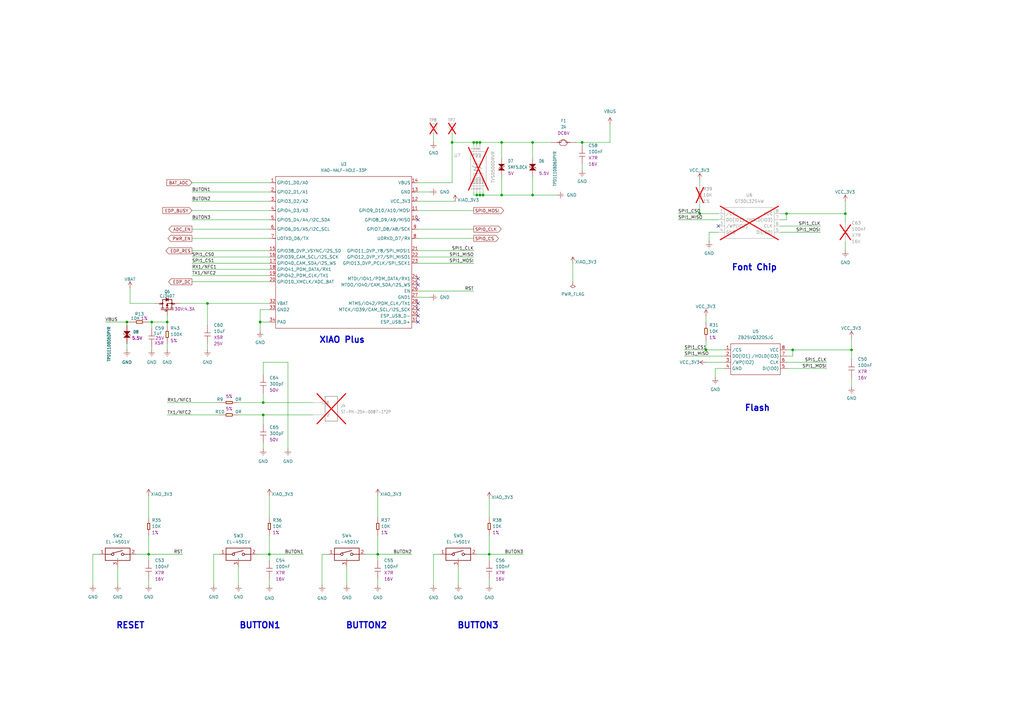
<source format=kicad_sch>
(kicad_sch (version 20250114) (generator "eeschema") (generator_version "9.0")
  (paper "A3")
  (title_block (title "XIAO ePaper Dsiplay Board EE04") (date "2025-10-20") (rev "v1.2") (company "Seeed Studio"))
  (lib_symbols
    (symbol "Capacitors/302010759_1" (pin_numbers (hide yes)) (pin_names (hide yes))
      (property "Reference" "C" (at 3.175 0 0))
      (property "Value" "300pF" (at 5.715 -1.905 0))
      (property "Voltage Rating" "50V" (at 0 0 0))
      (symbol "Capacitors/302010759_1_1_1"
        (pin passive line (at 0 3.81 270) (length 2.54) (name "1") (number "1"))
        (pin passive line (at 0 -3.81 90) (length 2.54) (name "2") (number "2"))
      )
    )
    (symbol "Power_Gnd:+3V3" (power) (pin_numbers (hide yes)) (pin_names (offset 0) (hide yes))
      (property "Value" "+3V3" (at 0 3.556 0))
      (symbol "+3V3_1_1"
        (pin power_in line (at 0 0 90) (length 0) (name "~") (number "1"))
      )
    )
    (symbol "Power_Gnd:GNDREF" (power) (pin_numbers (hide yes)) (pin_names (offset 0) (hide yes))
      (property "Value" "GNDREF" (at 0 -3.81 0))
      (symbol "GNDREF_1_1"
        (pin power_in line (at 0 0 270) (length 0) (name "~") (number "1"))
      )
    )
    (symbol "Power_Gnd:PWR_FLAG" (power) (pin_numbers (hide yes)) (pin_names (offset 0) (hide yes))
      (property "Value" "PWR_FLAG" (at 0 3.81 0))
      (symbol "PWR_FLAG_0_0"
        (pin power_out line (at 0 0 90) (length 0) (name "~") (number "1"))
      )
    )
    (symbol "Power_Gnd:VBUS" (power) (pin_numbers (hide yes)) (pin_names (offset 0) (hide yes))
      (property "Value" "VBUS" (at 0 3.556 0))
      (symbol "VBUS_1_1"
        (pin power_in line (at 0 0 90) (length 0) (name "~") (number "1"))
      )
    )
    (symbol "Seeed_Studio_XIAO_Series:XIAO-ESP32-S3 Plus-SMD_33P"
      (property "Reference" "U2" (at -20.828 17.018 0))
      (property "Value" "XIAO-HALF-HOLE-33P" (at -12.446 14.986 0))
      (symbol "XIAO-ESP32-S3 Plus-SMD_33P_1_0"
        (pin passive line (at -24.13 11.43 0) (length 2.54) (name "GPIO1_D0/A0") (number "1"))
        (pin passive line (at -24.13 7.62 0) (length 2.54) (name "GPIO2_D1/A1") (number "2"))
        (pin passive line (at -24.13 3.81 0) (length 2.54) (name "GPIO3_D2/A2") (number "3"))
        (pin passive line (at -24.13 0 0) (length 2.54) (name "GPIO4_D3/A3") (number "4"))
        (pin passive line (at -24.13 -3.81 0) (length 2.54) (name "GPIO5_D4/A4/I2C_SDA") (number "5"))
        (pin passive line (at -24.13 -7.62 0) (length 2.54) (name "GPIO6_D5/A5/I2C_SCL") (number "6"))
        (pin passive line (at -24.13 -11.43 0) (length 2.54) (name "U0TXD_D6/TX") (number "7"))
        (pin passive line (at 36.83 11.43 180) (length 2.54) (name "VBUS") (number "14"))
        (pin passive line (at 36.83 7.62 180) (length 2.54) (name "GND") (number "13"))
        (pin passive line (at 36.83 3.81 180) (length 2.54) (name "VCC_3V3") (number "12"))
        (pin passive line (at 36.83 0 180) (length 2.54) (name "GPIO9_D10/A10/MOSI") (number "11"))
        (pin passive line (at 36.83 -3.81 180) (length 2.54) (name "GPIO8_D9/A9/MISO") (number "10"))
        (pin passive line (at 36.83 -7.62 180) (length 2.54) (name "GPIO7_D8/A8/SCK") (number "9"))
        (pin passive line (at 36.83 -11.43 180) (length 2.54) (name "U0RXD_D7/RX") (number "8"))
      )
      (symbol "XIAO-ESP32-S3 Plus-SMD_33P_1_1"
        (pin passive line (at -24.13 -16.51 0) (length 2.54) (name "GPIO38_DVP_VSYNC/I2S_SD") (number "15"))
        (pin passive line (at -24.13 -19.05 0) (length 2.54) (name "GPIO39_CAM_SCL/I2S_SCK") (number "16"))
        (pin passive line (at -24.13 -21.59 0) (length 2.54) (name "GPIO40_CAM_SDA/I2S_WS") (number "17"))
        (pin passive line (at -24.13 -24.13 0) (length 2.54) (name "GPIO41_PDM_DATA/RX1") (number "18"))
        (pin passive line (at -24.13 -26.67 0) (length 2.54) (name "GPIO42_PDM_CLK/TX1") (number "19"))
        (pin passive line (at -24.13 -29.21 0) (length 2.54) (name "GPIO10_XMCLK/ADC_BAT") (number "20"))
        (pin passive line (at -24.13 -38.1 0) (length 2.54) (name "VBAT") (number "32"))
        (pin passive line (at -24.13 -40.64 0) (length 2.54) (name "GND2") (number "33"))
        (pin passive line (at -24.13 -45.72 0) (length 2.54) (name "PAD") (number "34"))
        (pin passive line (at 36.83 -16.51 180) (length 2.54) (name "GPIO11_DVP_Y8/SPI_MOSI1") (number "21"))
        (pin passive line (at 36.83 -19.05 180) (length 2.54) (name "GPIO12_DVP_Y7/SPI_MISO1") (number "22"))
        (pin passive line (at 36.83 -21.59 180) (length 2.54) (name "GPIO13_DVP_PCLK/SPI_SCK1") (number "23"))
        (pin passive line (at 36.83 -27.94 180) (length 2.54) (name "MTDI/IO41/PDM_DATA/RX1") (number "24"))
        (pin passive line (at 36.83 -30.48 180) (length 2.54) (name "MTDO/IO40/CAM_SDA/I2S_WS") (number "25"))
        (pin passive line (at 36.83 -33.02 180) (length 2.54) (name "EN") (number "26"))
        (pin passive line (at 36.83 -35.56 180) (length 2.54) (name "GND1") (number "27"))
        (pin passive line (at 36.83 -38.1 180) (length 2.54) (name "MTMS/IO42/PDM_CLK/TX1") (number "28"))
        (pin passive line (at 36.83 -40.64 180) (length 2.54) (name "MTCK/IO39/CAM_SCL/I2S_SCK") (number "29"))
        (pin passive line (at 36.83 -43.18 180) (length 2.54) (name "ESP_USB_D-") (number "30"))
        (pin passive line (at 36.83 -45.72 180) (length 2.54) (name "ESP_USB_D+") (number "31"))
      )
    )
    (symbol "Seeed_libdb:Capacitors/302010004" (pin_numbers (hide yes)) (pin_names (hide yes))
      (property "Reference" "C" (at 3.175 0 0))
      (property "Value" "100nF" (at 5.715 -1.905 0))
      (property "Dielectric" "X7R" (at 0 0 0))
      (property "Voltage Rating" "16V" (at 0 0 0))
      (symbol "Capacitors/302010004_1_1"
        (pin passive line (at 0 3.81 270) (length 2.54) (name "1") (number "1"))
        (pin passive line (at 0 -3.81 90) (length 2.54) (name "2") (number "2"))
      )
    )
    (symbol "Seeed_libdb:Capacitors/302010178" (pin_numbers (hide yes)) (pin_names (hide yes))
      (property "Reference" "C" (at 3.175 0 0))
      (property "Value" "10uF" (at 5.715 -1.905 0))
      (property "Dielectric" "X5R" (at 0 0 0))
      (property "Voltage Rating" "25V" (at 0 0 0))
      (symbol "Capacitors/302010178_1_1"
        (pin passive line (at 0 3.81 270) (length 2.54) (name "1") (number "1"))
        (pin passive line (at 0 -3.81 90) (length 2.54) (name "2") (number "2"))
      )
    )
    (symbol "Seeed_libdb:Capacitors/302010245" (pin_numbers (hide yes)) (pin_names (hide yes))
      (property "Reference" "C" (at 3.175 0 0))
      (property "Value" "1uF" (at 5.715 -1.905 0))
      (property "Dielectric" "X5R" (at 0 0 0))
      (property "Voltage Rating" "25V" (at 0 0 0))
      (symbol "Capacitors/302010245_1_1"
        (pin passive line (at 0 3.81 270) (length 2.54) (name "1") (number "1"))
        (pin passive line (at 0 -3.81 90) (length 2.54) (name "2") (number "2"))
      )
    )
    (symbol "Seeed_libdb:Capacitors/302010759" (pin_numbers (hide yes)) (pin_names (hide yes))
      (property "Reference" "C" (at 3.175 0 0))
      (property "Value" "300pF" (at 5.715 -1.905 0))
      (property "Voltage Rating" "50V" (at 0 0 0))
      (symbol "Capacitors/302010759_1_1"
        (pin passive line (at 0 3.81 270) (length 2.54) (name "1") (number "1"))
        (pin passive line (at 0 -3.81 90) (length 2.54) (name "2") (number "2"))
      )
    )
    (symbol "Seeed_libdb:Connector/320022063"
      (property "Reference" "J" (at -2.54 5.08 0))
      (property "Value" "ST-PH-254-0087-1*2P" (at 0 5.08 0))
      (symbol "Connector/320022063_1_0"
        (pin passive inverted_clock (at -7.62 2.54 0) (length 5.08) (name "1") (number "1"))
        (pin passive line (at -7.62 -2.54 0) (length 5.08) (name "2") (number "2"))
      )
    )
    (symbol "Seeed_libdb:Diode/304050312"
      (property "Reference" "D" (at -1.524 3.556 0))
      (property "Value" "TPD1E10B06DPYR" (at -1.524 1.524 0))
      (property "Rating" "5.5V" (at 0 0 0))
      (symbol "Diode/304050312_1_0"
        (pin passive line (at -3.81 0 0) (length 2.54) (name "1") (number "1"))
        (pin passive line (at 3.81 0 180) (length 2.54) (name "2") (number "2"))
      )
    )
    (symbol "Seeed_libdb:Diode/304051039"
      (property "Reference" "U" (at 0 0 0))
      (property "Value" "TVS0500DRVR" (at 0.254 -1.524 0))
      (symbol "Diode/304051039_1_0"
        (pin passive line (at -8.89 -3.81 0) (length 2.54) (name "GND") (number "1"))
        (pin passive line (at -8.89 -5.08 0) (length 2.54) (name "GND1") (number "2"))
        (pin passive line (at -8.89 -6.35 0) (length 2.54) (name "GND2") (number "3"))
        (pin passive line (at -8.89 -7.62 0) (length 2.54) (name "PAD") (number "7"))
        (pin passive line (at 10.16 -3.81 180) (length 2.54) (name "IN") (number "4"))
        (pin passive line (at 10.16 -5.08 180) (length 2.54) (name "IN2") (number "5"))
        (pin passive line (at 10.16 -6.35 180) (length 2.54) (name "IN2") (number "6"))
      )
    )
    (symbol "Seeed_libdb:Diode/304051318"
      (property "Reference" "D" (at -3.175 0 0))
      (property "Value" "SMF5.0CA" (at -1.27 0 0))
      (property "Rating" "5V" (at 0 0 0))
      (symbol "Diode/304051318_1_0"
        (pin passive line (at -3.81 0 0) (length 2.54) (name "1") (number "1"))
        (pin passive line (at 3.81 0 180) (length 2.54) (name "2") (number "2"))
      )
    )
    (symbol "Seeed_libdb:Fuse/307010043"
      (property "Reference" "F" (at -3.81 0.635 0))
      (property "Value" "2A" (at 0.635 0.635 0))
      (property "Rating" "DC6V" (at 0 0 0))
      (symbol "Fuse/307010043_1_0"
        (pin passive line (at -5.08 0 0) (length 2.54) (name "1") (number "1"))
        (pin passive line (at 5.08 0 180) (length 2.54) (name "2") (number "2"))
      )
    )
    (symbol "Seeed_libdb:Ic/310091644"
      (property "Reference" "U" (at -10.16 7.62 0))
      (property "Value" "ZB25VQ32DSJG" (at -5.08 7.62 0))
      (symbol "Ic/310091644_1_1"
        (pin passive line (at -12.7 2.54 0) (length 2.54) (name "/CS") (number "1"))
        (pin passive line (at -12.7 0 0) (length 2.54) (name "DO(IO1)") (number "2"))
        (pin passive line (at -12.7 -2.54 0) (length 2.54) (name "/WP(IO2)") (number "3"))
        (pin passive line (at -12.7 -5.08 0) (length 2.54) (name "GND") (number "4"))
        (pin passive line (at 12.7 2.54 180) (length 2.54) (name "VCC") (number "8"))
        (pin passive line (at 12.7 0 180) (length 2.54) (name "/HOLD(IO3)") (number "7"))
        (pin passive line (at 12.7 -2.54 180) (length 2.54) (name "CLK") (number "6"))
        (pin passive line (at 12.7 -5.08 180) (length 2.54) (name "DI(IO0)") (number "5"))
      )
    )
    (symbol "Seeed_libdb:Ic/GT30L32S4W"
      (property "Reference" "U" (at -10.16 7.62 0))
      (property "Value" "GT30L32S4W" (at -5.08 7.62 0))
      (symbol "Ic/GT30L32S4W_1_1"
        (pin passive line (at -12.7 2.54 0) (length 2.54) (name "/CS") (number "1"))
        (pin passive line (at -12.7 0 0) (length 2.54) (name "DO(IO1)") (number "2"))
        (pin passive line (at -12.7 -2.54 0) (length 2.54) (name "/WP(IO2)") (number "3"))
        (pin passive line (at -12.7 -5.08 0) (length 2.54) (name "GND") (number "4"))
        (pin passive line (at 12.7 2.54 180) (length 2.54) (name "VCC") (number "8"))
        (pin passive line (at 12.7 0 180) (length 2.54) (name "/HOLD(IO3)") (number "7"))
        (pin passive line (at 12.7 -2.54 180) (length 2.54) (name "CLK") (number "6"))
        (pin passive line (at 12.7 -5.08 180) (length 2.54) (name "DI(IO0)") (number "5"))
      )
    )
    (symbol "Seeed_libdb:Misc/TP45C_SMD"
      (property "Reference" "TP" (at -2.54 0 0))
      (property "Value" "Test Point" (at 5.08 0 0))
      (symbol "Misc/TP45C_SMD_1_0"
        (pin passive line (at -2.54 0 0) (length 0) (name "T") (number "1"))
      )
    )
    (symbol "Seeed_libdb:Mosfet/305030010"
      (property "Reference" "Q" (at -2.54 2.54 0))
      (property "Value" "CJ3407" (at 0 2.54 0))
      (property "Rating" "30V;4.3A" (at 0 0 0))
      (symbol "Mosfet/305030010_1_0"
        (text "G" (at -3.4925 0 0) (effects (font (size 0.8128 0.6908)) (justify left bottom)))
        (text "D" (at -0.635 2.2225 0) (effects (font (size 0.8128 0.6908)) (justify left bottom)))
        (text "S" (at -0.635 -3.175 0) (effects (font (size 0.8128 0.6908)) (justify left bottom)))
        (pin passive line (at -5.08 0 0) (length 2.54) (name "G") (number "1"))
        (pin passive line (at 0 5.08 270) (length 2.54) (name "D") (number "3"))
        (pin passive line (at 0 -5.08 90) (length 2.54) (name "S") (number "2"))
      )
    )
    (symbol "Seeed_libdb:Resistors/301010000" (pin_numbers (hide yes)) (pin_names (offset 1.016))
      (property "Reference" "R" (at -1.905 0.635 0))
      (property "Value" "0R" (at 0.635 0.635 0))
      (property "Power Rating" "5%" (at 0 0 0))
      (symbol "Resistors/301010000_0_0"
        (pin passive line (at -3.81 0 0) (length 2.54) (name "~") (number "1"))
        (pin passive line (at 3.81 0 180) (length 2.54) (name "~") (number "2"))
      )
    )
    (symbol "Seeed_libdb:Resistors/301010033" (pin_numbers (hide yes)) (pin_names (offset 1.016))
      (property "Reference" "R" (at -1.905 0.635 0))
      (property "Value" "100K" (at 0.635 0.635 0))
      (property "Power Rating" "5%" (at 0 0 0))
      (symbol "Resistors/301010033_0_0"
        (pin passive line (at -3.81 0 0) (length 2.54) (name "~") (number "1"))
        (pin passive line (at 3.81 0 180) (length 2.54) (name "~") (number "2"))
      )
    )
    (symbol "Seeed_libdb:Resistors/301010047" (pin_numbers (hide yes)) (pin_names (offset 1.016))
      (property "Reference" "R" (at -1.905 0.635 0))
      (property "Value" "10K" (at 0.635 0.635 0))
      (property "Power Rating" "1%" (at 0 0 0))
      (symbol "Resistors/301010047_0_0"
        (pin passive line (at -3.81 0 0) (length 2.54) (name "~") (number "1"))
        (pin passive line (at 3.81 0 180) (length 2.54) (name "~") (number "2"))
      )
    )
    (symbol "Seeed_libdb:Switch/311020863"
      (property "Reference" "SW" (at -5.334 5.334 0))
      (property "Value" "EL-4501V" (at -5.334 3.556 0))
      (symbol "Switch/311020863_0_0"
        (pin passive line (at -7.62 0 0) (length 2.54) (name "1") (number "1"))
        (pin passive line (at 0 -5.08 90) (length 2.54) (name "GND") (number "3"))
        (pin passive line (at 7.62 0 180) (length 2.54) (name "2") (number "2"))
      )
    )
  )
  (text "BUTTON1" (at 98.044 258.064 0) (effects (font (size 2.5 2.5) (bold yes)) (justify left bottom)))
  (text "BUTTON2" (at 141.732 258.064 0) (effects (font (size 2.5 2.5) (bold yes)) (justify left bottom)))
  (text "Flash" (at 305.308 168.91 0) (effects (font (size 2.5 2.5) (bold yes)) (justify left bottom)))
  (text "BUTTON3\n" (at 187.452 258.064 0) (effects (font (size 2.5 2.5) (bold yes)) (justify left bottom)))
  (text "Font Chip" (at 299.974 111.252 0) (effects (font (size 2.5 2.5) (bold yes)) (justify left bottom)))
  (text "RESET" (at 47.498 258.064 0) (effects (font (size 2.5 2.5) (bold yes)) (justify left bottom)))
  (text "XIAO Plus" (at 130.81 140.97 0) (effects (font (size 2.5 2.5) (bold yes)) (justify left bottom)))
  (junction (at 107.95 165.1))
  (junction (at 52.07 132.08))
  (junction (at 62.23 132.08))
  (junction (at 106.68 132.08))
  (junction (at 218.44 58.42))
  (junction (at 195.58 80.01))
  (junction (at 325.12 143.51))
  (junction (at 322.58 87.63))
  (junction (at 289.56 143.51))
  (junction (at 287.02 87.63))
  (junction (at 200.66 227.33))
  (junction (at 107.95 170.18))
  (junction (at 346.71 87.63))
  (junction (at 196.85 58.42))
  (junction (at 349.25 143.51))
  (junction (at 60.96 227.33))
  (junction (at 238.76 58.42))
  (junction (at 198.12 80.01))
  (junction (at 185.42 58.42))
  (junction (at 85.09 124.46))
  (junction (at 195.58 58.42))
  (junction (at 205.74 80.01))
  (junction (at 205.74 58.42))
  (junction (at 194.31 58.42))
  (junction (at 218.44 80.01))
  (junction (at 110.49 227.33))
  (junction (at 68.58 132.08))
  (junction (at 154.94 227.33))
  (junction (at 196.85 80.01))
  (no_connect (at 294.64 92.71))
  (no_connect (at 171.45 129.54))
  (no_connect (at 171.45 116.84))
  (no_connect (at 171.45 124.46))
  (no_connect (at 171.45 132.08))
  (no_connect (at 171.45 90.17))
  (no_connect (at 171.45 114.3))
  (no_connect (at 171.45 127))
  (wire (pts (xy 196.85 78.74) (xy 196.85 80.01)))
  (wire (pts (xy 171.45 74.93) (xy 185.42 74.93)))
  (wire (pts (xy 196.85 58.42) (xy 196.85 59.69)))
  (wire (pts (xy 195.58 58.42) (xy 195.58 59.69)))
  (wire (pts (xy 171.45 121.92) (xy 176.53 121.92)))
  (wire (pts (xy 205.74 72.39) (xy 205.74 80.01)))
  (wire (pts (xy 218.44 58.42) (xy 218.44 64.77)))
  (wire (pts (xy 289.56 139.7) (xy 289.56 143.51)))
  (wire (pts (xy 62.23 142.24) (xy 62.23 143.51)))
  (wire (pts (xy 78.74 74.93) (xy 110.49 74.93)))
  (wire (pts (xy 322.58 90.17) (xy 322.58 87.63)))
  (wire (pts (xy 205.74 58.42) (xy 218.44 58.42)))
  (wire (pts (xy 195.58 227.33) (xy 200.66 227.33)))
  (wire (pts (xy 107.95 181.61) (xy 107.95 184.15)))
  (wire (pts (xy 198.12 80.01) (xy 205.74 80.01)))
  (wire (pts (xy 290.83 99.06) (xy 290.83 95.25)))
  (wire (pts (xy 205.74 80.01) (xy 218.44 80.01)))
  (wire (pts (xy 325.12 146.05) (xy 325.12 143.51)))
  (wire (pts (xy 142.24 232.41) (xy 142.24 240.03)))
  (wire (pts (xy 38.1 227.33) (xy 40.64 227.33)))
  (wire (pts (xy 78.74 102.87) (xy 110.49 102.87)))
  (wire (pts (xy 322.58 143.51) (xy 325.12 143.51)))
  (wire (pts (xy 250.19 50.8) (xy 250.19 58.42)))
  (wire (pts (xy 52.07 140.97) (xy 52.07 143.51)))
  (wire (pts (xy 52.07 132.08) (xy 52.07 133.35)))
  (wire (pts (xy 238.76 58.42) (xy 238.76 59.69)))
  (wire (pts (xy 107.95 161.29) (xy 107.95 165.1)))
  (wire (pts (xy 110.49 227.33) (xy 110.49 229.87)))
  (wire (pts (xy 322.58 87.63) (xy 346.71 87.63)))
  (wire (pts (xy 200.66 227.33) (xy 214.63 227.33)))
  (wire (pts (xy 110.49 127) (xy 106.68 127)))
  (wire (pts (xy 85.09 124.46) (xy 85.09 133.35)))
  (wire (pts (xy 177.8 227.33) (xy 177.8 240.03)))
  (wire (pts (xy 68.58 170.18) (xy 90.17 170.18)))
  (wire (pts (xy 107.95 153.67) (xy 107.95 148.59)))
  (wire (pts (xy 346.71 82.55) (xy 346.71 87.63)))
  (wire (pts (xy 171.45 86.36) (xy 194.31 86.36)))
  (wire (pts (xy 280.67 143.51) (xy 289.56 143.51)))
  (wire (pts (xy 78.74 110.49) (xy 110.49 110.49)))
  (wire (pts (xy 60.96 219.71) (xy 60.96 227.33)))
  (wire (pts (xy 200.66 237.49) (xy 200.66 240.03)))
  (wire (pts (xy 346.71 99.06) (xy 346.71 102.87)))
  (wire (pts (xy 60.96 227.33) (xy 60.96 229.87)))
  (wire (pts (xy 287.02 73.66) (xy 287.02 76.2)))
  (wire (pts (xy 185.42 74.93) (xy 185.42 58.42)))
  (wire (pts (xy 78.74 78.74) (xy 110.49 78.74)))
  (wire (pts (xy 110.49 203.2) (xy 110.49 212.09)))
  (wire (pts (xy 320.04 95.25) (xy 336.55 95.25)))
  (wire (pts (xy 68.58 129.54) (xy 68.58 132.08)))
  (wire (pts (xy 320.04 90.17) (xy 322.58 90.17)))
  (wire (pts (xy 132.08 227.33) (xy 132.08 240.03)))
  (wire (pts (xy 107.95 170.18) (xy 128.27 170.18)))
  (wire (pts (xy 228.6 80.01) (xy 218.44 80.01)))
  (wire (pts (xy 290.83 95.25) (xy 294.64 95.25)))
  (wire (pts (xy 287.02 87.63) (xy 294.64 87.63)))
  (wire (pts (xy 322.58 148.59) (xy 339.09 148.59)))
  (wire (pts (xy 238.76 58.42) (xy 250.19 58.42)))
  (wire (pts (xy 195.58 80.01) (xy 195.58 78.74)))
  (wire (pts (xy 171.45 102.87) (xy 194.31 102.87)))
  (wire (pts (xy 38.1 227.33) (xy 38.1 240.03)))
  (wire (pts (xy 185.42 54.61) (xy 185.42 58.42)))
  (wire (pts (xy 196.85 80.01) (xy 195.58 80.01)))
  (wire (pts (xy 154.94 237.49) (xy 154.94 240.03)))
  (wire (pts (xy 62.23 132.08) (xy 62.23 134.62)))
  (wire (pts (xy 194.31 58.42) (xy 195.58 58.42)))
  (wire (pts (xy 171.45 78.74) (xy 176.53 78.74)))
  (wire (pts (xy 107.95 170.18) (xy 107.95 173.99)))
  (wire (pts (xy 200.66 204.47) (xy 200.66 212.09)))
  (wire (pts (xy 97.79 170.18) (xy 107.95 170.18)))
  (wire (pts (xy 85.09 140.97) (xy 85.09 143.51)))
  (wire (pts (xy 322.58 151.13) (xy 339.09 151.13)))
  (wire (pts (xy 194.31 78.74) (xy 194.31 80.01)))
  (wire (pts (xy 60.96 203.2) (xy 60.96 212.09)))
  (wire (pts (xy 195.58 58.42) (xy 196.85 58.42)))
  (wire (pts (xy 132.08 227.33) (xy 134.62 227.33)))
  (wire (pts (xy 48.26 232.41) (xy 48.26 240.03)))
  (wire (pts (xy 325.12 143.51) (xy 349.25 143.51)))
  (wire (pts (xy 177.8 54.61) (xy 177.8 58.42)))
  (wire (pts (xy 60.96 227.33) (xy 74.93 227.33)))
  (wire (pts (xy 349.25 138.43) (xy 349.25 143.51)))
  (wire (pts (xy 194.31 80.01) (xy 195.58 80.01)))
  (wire (pts (xy 287.02 83.82) (xy 287.02 87.63)))
  (wire (pts (xy 171.45 97.79) (xy 194.31 97.79)))
  (wire (pts (xy 78.74 82.55) (xy 110.49 82.55)))
  (wire (pts (xy 53.34 124.46) (xy 63.5 124.46)))
  (wire (pts (xy 198.12 80.01) (xy 196.85 80.01)))
  (wire (pts (xy 110.49 237.49) (xy 110.49 240.03)))
  (wire (pts (xy 52.07 132.08) (xy 53.34 132.08)))
  (wire (pts (xy 171.45 105.41) (xy 194.31 105.41)))
  (wire (pts (xy 118.11 148.59) (xy 118.11 184.15)))
  (wire (pts (xy 78.74 90.17) (xy 110.49 90.17)))
  (wire (pts (xy 171.45 119.38) (xy 194.31 119.38)))
  (wire (pts (xy 62.23 132.08) (xy 68.58 132.08)))
  (wire (pts (xy 278.13 87.63) (xy 287.02 87.63)))
  (wire (pts (xy 289.56 143.51) (xy 297.18 143.51)))
  (wire (pts (xy 171.45 93.98) (xy 194.31 93.98)))
  (wire (pts (xy 78.74 93.98) (xy 110.49 93.98)))
  (wire (pts (xy 78.74 113.03) (xy 110.49 113.03)))
  (wire (pts (xy 349.25 154.94) (xy 349.25 158.75)))
  (wire (pts (xy 293.37 154.94) (xy 293.37 151.13)))
  (wire (pts (xy 53.34 118.11) (xy 53.34 124.46)))
  (wire (pts (xy 171.45 82.55) (xy 186.69 82.55)))
  (wire (pts (xy 218.44 58.42) (xy 226.06 58.42)))
  (wire (pts (xy 196.85 58.42) (xy 205.74 58.42)))
  (wire (pts (xy 349.25 143.51) (xy 349.25 147.32)))
  (wire (pts (xy 60.96 237.49) (xy 60.96 240.03)))
  (wire (pts (xy 194.31 58.42) (xy 194.31 59.69)))
  (wire (pts (xy 78.74 115.57) (xy 110.49 115.57)))
  (wire (pts (xy 87.63 227.33) (xy 87.63 240.03)))
  (wire (pts (xy 198.12 78.74) (xy 198.12 80.01)))
  (wire (pts (xy 154.94 227.33) (xy 154.94 229.87)))
  (wire (pts (xy 43.18 132.08) (xy 52.07 132.08)))
  (wire (pts (xy 106.68 127) (xy 106.68 132.08)))
  (wire (pts (xy 68.58 165.1) (xy 90.17 165.1)))
  (wire (pts (xy 60.96 132.08) (xy 62.23 132.08)))
  (wire (pts (xy 320.04 92.71) (xy 336.55 92.71)))
  (wire (pts (xy 107.95 148.59) (xy 118.11 148.59)))
  (wire (pts (xy 185.42 58.42) (xy 194.31 58.42)))
  (wire (pts (xy 322.58 146.05) (xy 325.12 146.05)))
  (wire (pts (xy 154.94 219.71) (xy 154.94 227.33)))
  (wire (pts (xy 78.74 107.95) (xy 110.49 107.95)))
  (wire (pts (xy 78.74 86.36) (xy 110.49 86.36)))
  (wire (pts (xy 280.67 146.05) (xy 297.18 146.05)))
  (wire (pts (xy 278.13 90.17) (xy 294.64 90.17)))
  (wire (pts (xy 234.95 107.95) (xy 234.95 115.57)))
  (wire (pts (xy 293.37 151.13) (xy 297.18 151.13)))
  (wire (pts (xy 320.04 87.63) (xy 322.58 87.63)))
  (wire (pts (xy 106.68 135.89) (xy 106.68 132.08)))
  (wire (pts (xy 200.66 227.33) (xy 200.66 229.87)))
  (wire (pts (xy 236.22 58.42) (xy 238.76 58.42)))
  (wire (pts (xy 289.56 129.54) (xy 289.56 132.08)))
  (wire (pts (xy 55.88 227.33) (xy 60.96 227.33)))
  (wire (pts (xy 68.58 140.97) (xy 68.58 143.51)))
  (wire (pts (xy 87.63 227.33) (xy 90.17 227.33)))
  (wire (pts (xy 177.8 227.33) (xy 180.34 227.33)))
  (wire (pts (xy 149.86 227.33) (xy 154.94 227.33)))
  (wire (pts (xy 154.94 203.2) (xy 154.94 212.09)))
  (wire (pts (xy 68.58 132.08) (xy 68.58 133.35)))
  (wire (pts (xy 107.95 165.1) (xy 128.27 165.1)))
  (wire (pts (xy 97.79 165.1) (xy 107.95 165.1)))
  (wire (pts (xy 154.94 227.33) (xy 168.91 227.33)))
  (wire (pts (xy 110.49 219.71) (xy 110.49 227.33)))
  (wire (pts (xy 187.96 232.41) (xy 187.96 240.03)))
  (wire (pts (xy 218.44 72.39) (xy 218.44 80.01)))
  (wire (pts (xy 200.66 219.71) (xy 200.66 227.33)))
  (wire (pts (xy 105.41 227.33) (xy 110.49 227.33)))
  (wire (pts (xy 85.09 124.46) (xy 110.49 124.46)))
  (wire (pts (xy 171.45 107.95) (xy 194.31 107.95)))
  (wire (pts (xy 78.74 105.41) (xy 110.49 105.41)))
  (wire (pts (xy 78.74 97.79) (xy 110.49 97.79)))
  (wire (pts (xy 205.74 58.42) (xy 205.74 64.77)))
  (wire (pts (xy 110.49 227.33) (xy 124.46 227.33)))
  (wire (pts (xy 238.76 67.31) (xy 238.76 69.85)))
  (wire (pts (xy 73.66 124.46) (xy 85.09 124.46)))
  (wire (pts (xy 289.56 148.59) (xy 297.18 148.59)))
  (wire (pts (xy 346.71 87.63) (xy 346.71 91.44)))
  (wire (pts (xy 106.68 132.08) (xy 110.49 132.08)))
  (wire (pts (xy 97.79 232.41) (xy 97.79 240.03)))
  (label "BUTON3" (at 214.63 227.33 180))
  (label "SPI1_CS0" (at 78.74 105.41 0))
  (label "SPI1_CLK" (at 194.31 102.87 180))
  (label "RST" (at 194.31 119.38 180))
  (label "SPI1_CS0" (at 278.13 87.63 0))
  (label "RST" (at 74.93 227.33 180))
  (label "SPI1_CLK" (at 336.55 92.71 180))
  (label "BUTON2" (at 78.74 82.55 0))
  (label "BUTON2" (at 168.91 227.33 180))
  (label "TX1{slash}NFC2" (at 78.74 113.03 0))
  (label "BUTON1" (at 124.46 227.33 180))
  (label "SPI1_MOSI" (at 339.09 151.13 180))
  (label "RX1{slash}NFC1" (at 68.58 165.1 0))
  (label "SPI1_CS1" (at 280.67 143.51 0))
  (label "SPI1_MOSI" (at 194.31 107.95 180))
  (label "SPI1_MISO" (at 280.67 146.05 0))
  (label "SPI1_CLK" (at 339.09 148.59 180))
  (label "TX1{slash}NFC2" (at 68.58 170.18 0))
  (label "SPI1_MISO" (at 278.13 90.17 0))
  (label "BUTON1" (at 78.74 78.74 0))
  (label "RX1{slash}NFC1" (at 78.74 110.49 0))
  (label "VBUS" (at 43.18 132.08 0))
  (label "SPI1_MOSI" (at 336.55 95.25 180))
  (label "SPI1_CS1" (at 78.74 107.95 0))
  (label "SPI1_MISO" (at 194.31 105.41 180))
  (label "BUTON3" (at 78.74 90.17 0))
  (global_label "EDP_DC" (shape output) (at 78.74 115.57 180) (property "Intersheetrefs" "${INTERSHEET_REFS}" (effects (hide yes))))
  (global_label "PWR_EN" (shape output) (at 78.74 97.79 180) (property "Intersheetrefs" "${INTERSHEET_REFS}" (effects (hide yes))))
  (global_label "SPI0_CS" (shape output) (at 194.31 97.79 0) (property "Intersheetrefs" "${INTERSHEET_REFS}" (effects (hide yes))))
  (global_label "EDP_RES" (shape output) (at 78.74 102.87 180) (property "Intersheetrefs" "${INTERSHEET_REFS}" (effects (hide yes))))
  (global_label "BAT_ADC" (shape input) (at 78.74 74.93 180) (property "Intersheetrefs" "${INTERSHEET_REFS}" (effects (hide yes))))
  (global_label "SPI0_MOSI" (shape output) (at 194.31 86.36 0) (property "Intersheetrefs" "${INTERSHEET_REFS}" (effects (hide yes))))
  (global_label "ADC_EN" (shape output) (at 78.74 93.98 180) (property "Intersheetrefs" "${INTERSHEET_REFS}" (effects (hide yes))))
  (global_label "SPI0_CLK" (shape output) (at 194.31 93.98 0) (property "Intersheetrefs" "${INTERSHEET_REFS}" (effects (hide yes))))
  (global_label "EDP_BUSY" (shape input) (at 78.74 86.36 180) (property "Intersheetrefs" "${INTERSHEET_REFS}" (effects (hide yes))))
  (symbol (lib_id "Power_Gnd:GNDREF") (at 349.25 158.75 0) (unit 1)
    (property "Reference" "#PWR066" (effects (hide yes)))
    (property "Value" "GND" (at 347.218 163.322 0) (effects (justify left)))
    (property "Description" "Power symbol creates a global label with name \"GNDREF\" , reference supply ground" (effects (hide yes)))
  )
  (symbol (lib_id "Seeed_libdb:Capacitors/302010004") (at 60.96 233.68 0) (unit 1)
    (property "Reference" "C53" (at 63.5 229.8699 0) (effects (justify left)))
    (property "Value" "100nF" (at 63.5 232.4099 0) (effects (justify left)))
    (property "Footprint" "Capacitor:C0402" (effects (hide yes)))
    (property "Description" "SMD CAP Ceramic 100nF-16V-10%-X7R;0402" (effects (hide yes)))
    (property "Manufacturer" "YAGEO" (effects (hide yes)))
    (property "MPN" "CC0402KRX7R7BB104" (effects (hide yes)))
    (property "SKU" "302010004" (effects (hide yes)))
    (property "Dielectric" "X7R" (at 63.5 234.9499 0) (effects (justify left)))
    (property "Part Type" "Ceramic" (effects (hide yes)))
    (property "Voltage Rating" "16V" (at 63.5 237.4899 0) (effects (justify left)))
    (property "Status" "BeagleBone Carrier Board" (effects (hide yes)))
    (property "Temperature" "-55°C to 125°C" (effects (hide yes)))
  )
  (symbol (lib_id "Power_Gnd:GNDREF") (at 60.96 240.03 0) (unit 1)
    (property "Reference" "#PWR082" (effects (hide yes)))
    (property "Value" "GND" (at 58.928 244.856 0) (effects (justify left)))
    (property "Description" "Power symbol creates a global label with name \"GNDREF\" , reference supply ground" (effects (hide yes)))
  )
  (symbol (lib_id "Power_Gnd:GNDREF") (at 87.63 240.03 0) (unit 1)
    (property "Reference" "#PWR085" (effects (hide yes)))
    (property "Value" "GND" (at 85.598 244.856 0) (effects (justify left)))
    (property "Description" "Power symbol creates a global label with name \"GNDREF\" , reference supply ground" (effects (hide yes)))
  )
  (symbol (lib_id "Seeed_libdb:Resistors/301010047") (at 154.94 215.9 90) (unit 1)
    (property "Reference" "R37" (at 156.21 213.3599 90) (effects (justify right)))
    (property "Value" "10K" (at 156.21 215.8999 90) (effects (justify right)))
    (property "Footprint" "Resistor:R0402" (effects (hide yes)))
    (property "Description" "SMD RES 10K-1%-1/16W;0402" (effects (hide yes)))
    (property "Manufacturer" "YAGEO" (effects (hide yes)))
    (property "MPN" "RC0402FR-0710KL" (effects (hide yes)))
    (property "SKU" "301010047" (effects (hide yes)))
    (property "Resistance" "10K" (effects (hide yes)))
    (property "Part Type" "RES" (effects (hide yes)))
    (property "Power Rating" "1%" (at 156.21 218.4399 90) (effects (justify right)))
    (property "Status" "BeagleBone Carrier Board" (effects (hide yes)))
    (property "Temperature" "-55°C to 155°C" (effects (hide yes)))
  )
  (symbol (lib_id "Power_Gnd:VBUS") (at 250.19 50.8 0) (unit 1)
    (property "Reference" "#PWR071" (effects (hide yes)))
    (property "Value" "VBUS" (at 250.19 45.72 0))
    (property "Description" "Power symbol creates a global label with name \"VBUS\"" (effects (hide yes)))
  )
  (symbol (lib_id "Seeed_libdb:Connector/320022063") (at 135.89 167.64 0) (unit 1) (dnp yes)
    (property "Reference" "J4" (at 139.7 166.3699 0) (effects (font (size 1.27 1.0795)) (justify left)))
    (property "Value" "ST-PH-254-0087-1*2P" (at 139.7 168.9099 0) (effects (font (size 1.27 1.0795)) (justify left)))
    (property "Footprint" "Connector:H2P-2.54-65_40MIL" (effects (hide yes)))
    (property "Description" "DIP Black Male Header VERT;1*2P-2.54-2.54-11.6/3.0mm" (effects (hide yes)))
    (property "Manufacturer" "SINOTOP" (effects (hide yes)))
    (property "MPN" "ST-PH-254-0087-1*2P " (effects (hide yes)))
    (property "SKU" "320022063" (effects (hide yes)))
    (property "Part Type" "Connector" (effects (hide yes)))
    (property "Status" "Future_Technolngy_Box" (effects (hide yes)))
    (property "Temperature" "-40°C to 125℃" (effects (hide yes)))
  )
  (symbol (lib_id "Power_Gnd:GNDREF") (at 176.53 78.74 90) (unit 1)
    (property "Reference" "#PWR096" (effects (hide yes)))
    (property "Value" "GND" (at 180.34 78.7399 90) (effects (justify right)))
    (property "Description" "Power symbol creates a global label with name \"GNDREF\" , reference supply ground" (effects (hide yes)))
  )
  (symbol (lib_id "Power_Gnd:GNDREF") (at 118.11 184.15 0) (unit 1)
    (property "Reference" "#PWR073" (effects (hide yes)))
    (property "Value" "GND" (at 118.11 189.23 0))
    (property "Description" "Power symbol creates a global label with name \"GNDREF\" , reference supply ground" (effects (hide yes)))
  )
  (symbol (lib_id "Power_Gnd:GNDREF") (at 52.07 143.51 0) (unit 1)
    (property "Reference" "#PWR097" (effects (hide yes)))
    (property "Value" "GND" (at 52.07 148.59 0))
    (property "Description" "Power symbol creates a global label with name \"GNDREF\" , reference supply ground" (effects (hide yes)))
  )
  (symbol (lib_id "Power_Gnd:VBUS") (at 60.96 203.2 0) (unit 1)
    (property "Reference" "#PWR019" (effects (hide yes)))
    (property "Value" "XIAO_3V3" (at 66.294 202.692 0))
    (property "Description" "Power symbol creates a global label with name \"VBUS\"" (effects (hide yes)))
  )
  (symbol (lib_id "Seeed_libdb:Resistors/301010000") (at 93.98 170.18 0) (unit 1)
    (property "Reference" "R10" (at 90.17 168.91 0))
    (property "Value" "0R" (at 97.79 168.91 0))
    (property "Footprint" "Resistor:R0402" (effects (hide yes)))
    (property "Description" "SMD RES 0R-5%-1/16W;0402" (effects (hide yes)))
    (property "Manufacturer" "YAGEO" (effects (hide yes)))
    (property "MPN" "RC0402JR-070RL" (effects (hide yes)))
    (property "SKU" "301010000" (effects (hide yes)))
    (property "Resistance" "0R" (effects (hide yes)))
    (property "Part Type" "RES" (effects (hide yes)))
    (property "Power Rating" "5%" (at 93.98 167.64 0))
    (property "Status" "BeagleBone Carrier Board" (effects (hide yes)))
    (property "Temperature" "-55°C to 155°C" (effects (hide yes)))
  )
  (symbol (lib_id "Seeed_libdb:Capacitors/302010004") (at 154.94 233.68 0) (unit 1)
    (property "Reference" "C55" (at 157.48 229.8699 0) (effects (justify left)))
    (property "Value" "100nF" (at 157.48 232.4099 0) (effects (justify left)))
    (property "Footprint" "Capacitor:C0402" (effects (hide yes)))
    (property "Description" "SMD CAP Ceramic 100nF-16V-10%-X7R;0402" (effects (hide yes)))
    (property "Manufacturer" "YAGEO" (effects (hide yes)))
    (property "MPN" "CC0402KRX7R7BB104" (effects (hide yes)))
    (property "SKU" "302010004" (effects (hide yes)))
    (property "Dielectric" "X7R" (at 157.48 234.9499 0) (effects (justify left)))
    (property "Part Type" "Ceramic" (effects (hide yes)))
    (property "Voltage Rating" "16V" (at 157.48 237.4899 0) (effects (justify left)))
    (property "Status" "BeagleBone Carrier Board" (effects (hide yes)))
    (property "Temperature" "-55°C to 125°C" (effects (hide yes)))
  )
  (symbol (lib_id "Power_Gnd:+3V3") (at 289.56 148.59 90) (unit 1)
    (property "Reference" "#PWR070" (effects (hide yes)))
    (property "Value" "VCC_3V3" (at 287.02 148.59 90) (effects (justify left)))
    (property "Description" "Power symbol creates a global label with name \"+3V3\"" (effects (hide yes)))
  )
  (symbol (lib_id "Power_Gnd:GNDREF") (at 228.6 80.01 90) (unit 1)
    (property "Reference" "#PWR0105" (effects (hide yes)))
    (property "Value" "GND" (at 232.41 80.0099 90) (effects (justify right)))
    (property "Description" "Power symbol creates a global label with name \"GNDREF\" , reference supply ground" (effects (hide yes)))
  )
  (symbol (lib_id "Seeed_libdb:Misc/TP45C_SMD") (at 185.42 52.07 90) (unit 1) (dnp yes)
    (property "Reference" "TP7" (at 183.642 49.276 90) (effects (font (size 1.27 1.0795)) (justify right)))
    (property "Value" "Test Point" (effects (hide yes)))
    (property "Footprint" "Misc:TP-D45MIL" (effects (hide yes)))
    (property "Description" "Test Point;TP45C_SMD" (effects (hide yes)))
    (property "SKU" "TP45C_SMD" (effects (hide yes)))
    (property "Part Type" "Test Point" (effects (hide yes)))
  )
  (symbol (lib_id "Seeed_libdb:Resistors/301010047") (at 289.56 135.89 90) (unit 1)
    (property "Reference" "R31" (at 290.83 133.3499 90) (effects (justify right)))
    (property "Value" "10K" (at 290.83 135.8899 90) (effects (justify right)))
    (property "Footprint" "Resistor:R0402" (effects (hide yes)))
    (property "Description" "SMD RES 10K-1%-1/16W;0402" (effects (hide yes)))
    (property "Manufacturer" "YAGEO" (effects (hide yes)))
    (property "MPN" "RC0402FR-0710KL" (effects (hide yes)))
    (property "SKU" "301010047" (effects (hide yes)))
    (property "Resistance" "10K" (effects (hide yes)))
    (property "Part Type" "RES" (effects (hide yes)))
    (property "Power Rating" "1%" (at 290.83 138.4299 90) (effects (justify right)))
    (property "Status" "BeagleBone Carrier Board" (effects (hide yes)))
    (property "Temperature" "-55°C to 155°C" (effects (hide yes)))
  )
  (symbol (lib_id "Seeed_libdb:Resistors/301010047") (at 57.15 132.08 0) (unit 1)
    (property "Reference" "R13" (at 57.15 128.778 0))
    (property "Value" "10K" (at 53.594 131.318 0) (effects (justify left bottom)))
    (property "Footprint" "Resistor:R0402" (effects (hide yes)))
    (property "Description" "SMD RES 10K-1%-1/16W;0402" (effects (hide yes)))
    (property "Manufacturer" "YAGEO" (effects (hide yes)))
    (property "MPN" "RC0402FR-0710KL" (effects (hide yes)))
    (property "SKU" "301010047" (effects (hide yes)))
    (property "Resistance" "10K" (effects (hide yes)))
    (property "Part Type" "RES" (effects (hide yes)))
    (property "Power Rating" "1%" (at 59.182 130.556 0))
    (property "Status" "BeagleBone Carrier Board" (effects (hide yes)))
    (property "Temperature" "-55°C to 155°C" (effects (hide yes)))
  )
  (symbol (lib_id "Power_Gnd:GNDREF") (at 346.71 102.87 0) (unit 1)
    (property "Reference" "#PWR0108" (effects (hide yes)))
    (property "Value" "GND" (at 344.678 107.696 0) (effects (justify left)))
    (property "Description" "Power symbol creates a global label with name \"GNDREF\" , reference supply ground" (effects (hide yes)))
  )
  (symbol (lib_id "Seeed_libdb:Capacitors/302010004") (at 346.71 95.25 0) (unit 1) (dnp yes)
    (property "Reference" "C63" (at 349.25 91.4399 0) (effects (justify left)))
    (property "Value" "100nF" (at 349.25 93.9799 0) (effects (justify left)))
    (property "Footprint" "Capacitor:C0402" (effects (hide yes)))
    (property "Description" "SMD CAP Ceramic 100nF-16V-10%-X7R;0402" (effects (hide yes)))
    (property "Manufacturer" "YAGEO" (effects (hide yes)))
    (property "MPN" "CC0402KRX7R7BB104" (effects (hide yes)))
    (property "SKU" "302010004" (effects (hide yes)))
    (property "Dielectric" "X7R" (at 349.25 96.5199 0) (effects (justify left)))
    (property "Part Type" "Ceramic" (effects (hide yes)))
    (property "Voltage Rating" "16V" (at 349.25 99.0599 0) (effects (justify left)))
    (property "Status" "BeagleBone Carrier Board" (effects (hide yes)))
    (property "Temperature" "-55°C to 125°C" (effects (hide yes)))
  )
  (symbol (lib_id "Power_Gnd:GNDREF") (at 238.76 69.85 0) (unit 1)
    (property "Reference" "#PWR095" (effects (hide yes)))
    (property "Value" "GND" (at 236.728 74.422 0) (effects (justify left)))
    (property "Description" "Power symbol creates a global label with name \"GNDREF\" , reference supply ground" (effects (hide yes)))
  )
  (symbol (lib_id "Power_Gnd:VBUS") (at 234.95 107.95 0) (unit 1)
    (property "Reference" "#PWR023" (effects (hide yes)))
    (property "Value" "XIAO_3V3" (at 240.284 107.442 0))
    (property "Description" "Power symbol creates a global label with name \"VBUS\"" (effects (hide yes)))
  )
  (symbol (lib_id "Power_Gnd:GNDREF") (at 62.23 143.51 0) (unit 1)
    (property "Reference" "#PWR080" (effects (hide yes)))
    (property "Value" "GND" (at 62.23 148.59 0))
    (property "Description" "Power symbol creates a global label with name \"GNDREF\" , reference supply ground" (effects (hide yes)))
  )
  (symbol (lib_id "Power_Gnd:GNDREF") (at 177.8 240.03 0) (unit 1)
    (property "Reference" "#PWR093" (effects (hide yes)))
    (property "Value" "GND" (at 175.768 245.11 0) (effects (justify left)))
    (property "Description" "Power symbol creates a global label with name \"GNDREF\" , reference supply ground" (effects (hide yes)))
  )
  (symbol (lib_id "Seeed_libdb:Fuse/307010043") (at 231.14 58.42 0) (unit 1)
    (property "Reference" "F1" (at 231.14 49.53 0) (effects (font (size 1.27 1.0795))))
    (property "Value" "2A" (at 231.14 52.07 0) (effects (font (size 1.27 1.0795))))
    (property "Footprint" "Fuse:F1210" (effects (hide yes)))
    (property "Description" "SMD PPTC 2A-6V;1210" (effects (hide yes)))
    (property "Manufacturer" "DaRong" (effects (hide yes)))
    (property "MPN" "SMD1210R200SF" (effects (hide yes)))
    (property "SKU" "307010043" (effects (hide yes)))
    (property "Part Type" "Fuse" (effects (hide yes)))
    (property "Rating" "DC6V" (at 231.14 54.61 0))
    (property "Status" "AI-Link NB-IoT Dev Board" (effects (hide yes)))
  )
  (symbol (lib_id "Power_Gnd:PWR_FLAG") (at 234.95 115.57 180) (unit 1)
    (property "Reference" "#FLG07" (effects (hide yes)))
    (property "Value" "PWR_FLAG" (at 234.95 120.65 0))
    (property "Description" "Special symbol for telling ERC where power comes from" (effects (hide yes)))
  )
  (symbol (lib_id "Power_Gnd:GNDREF") (at 154.94 240.03 0) (unit 1)
    (property "Reference" "#PWR090" (effects (hide yes)))
    (property "Value" "GND" (at 152.908 245.11 0) (effects (justify left)))
    (property "Description" "Power symbol creates a global label with name \"GNDREF\" , reference supply ground" (effects (hide yes)))
  )
  (symbol (lib_id "Seeed_libdb:Mosfet/305030010") (at 68.58 124.46 90) (unit 1)
    (property "Reference" "Q6" (at 68.58 119.634 90) (effects (font (size 1.27 1.0795))))
    (property "Value" "CJ3407" (at 68.58 121.412 90) (effects (font (size 1.27 1.0795))))
    (property "Footprint" "Mosfet:SOT23" (effects (hide yes)))
    (property "Description" "SMD MOSFET P-CH 30V-4.3A;SOT-23" (effects (hide yes)))
    (property "Manufacturer" "长电" (effects (hide yes)))
    (property "MPN" "CJ3407" (effects (hide yes)))
    (property "SKU" "305030010" (effects (hide yes)))
    (property "Part Type" "PMOS" (effects (hide yes)))
    (property "Rating" "30V;4.3A" (at 75.692 126.746 90))
    (property "Status" "Sensor Hub" (effects (hide yes)))
    (property "Temperature" "-55°C to 150°C" (effects (hide yes)))
  )
  (symbol (lib_id "Seeed_libdb:Resistors/301010047") (at 200.66 215.9 90) (unit 1)
    (property "Reference" "R38" (at 201.93 213.3599 90) (effects (justify right)))
    (property "Value" "10K" (at 201.93 215.8999 90) (effects (justify right)))
    (property "Footprint" "Resistor:R0402" (effects (hide yes)))
    (property "Description" "SMD RES 10K-1%-1/16W;0402" (effects (hide yes)))
    (property "Manufacturer" "YAGEO" (effects (hide yes)))
    (property "MPN" "RC0402FR-0710KL" (effects (hide yes)))
    (property "SKU" "301010047" (effects (hide yes)))
    (property "Resistance" "10K" (effects (hide yes)))
    (property "Part Type" "RES" (effects (hide yes)))
    (property "Power Rating" "1%" (at 201.93 218.4399 90) (effects (justify right)))
    (property "Status" "BeagleBone Carrier Board" (effects (hide yes)))
    (property "Temperature" "-55°C to 155°C" (effects (hide yes)))
  )
  (symbol (lib_id "Power_Gnd:VBUS") (at 200.66 204.47 0) (unit 1)
    (property "Reference" "#PWR022" (effects (hide yes)))
    (property "Value" "XIAO_3V3" (at 205.994 203.962 0))
    (property "Description" "Power symbol creates a global label with name \"VBUS\"" (effects (hide yes)))
  )
  (symbol (lib_id "Power_Gnd:+3V3") (at 287.02 73.66 0) (unit 1)
    (property "Reference" "#PWR067" (effects (hide yes)))
    (property "Value" "VCC_3V3" (at 282.702 69.85 0) (effects (justify left)))
    (property "Description" "Power symbol creates a global label with name \"+3V3\"" (effects (hide yes)))
  )
  (symbol (lib_id "Power_Gnd:GNDREF") (at 110.49 240.03 0) (unit 1)
    (property "Reference" "#PWR087" (effects (hide yes)))
    (property "Value" "GND" (at 108.458 245.364 0) (effects (justify left)))
    (property "Description" "Power symbol creates a global label with name \"GNDREF\" , reference supply ground" (effects (hide yes)))
  )
  (symbol (lib_id "Power_Gnd:GNDREF") (at 97.79 240.03 0) (unit 1)
    (property "Reference" "#PWR0110" (effects (hide yes)))
    (property "Value" "GND" (at 95.758 244.856 0) (effects (justify left)))
    (property "Description" "Power symbol creates a global label with name \"GNDREF\" , reference supply ground" (effects (hide yes)))
  )
  (symbol (lib_id "Power_Gnd:GNDREF") (at 176.53 121.92 90) (unit 1)
    (property "Reference" "#PWR0102" (effects (hide yes)))
    (property "Value" "GND" (at 180.34 121.9199 90) (effects (justify right)))
    (property "Description" "Power symbol creates a global label with name \"GNDREF\" , reference supply ground" (effects (hide yes)))
  )
  (symbol (lib_id "Power_Gnd:+3V3") (at 346.71 82.55 0) (unit 1)
    (property "Reference" "#PWR068" (effects (hide yes)))
    (property "Value" "VCC_3V3" (at 342.392 78.74 0) (effects (justify left)))
    (property "Description" "Power symbol creates a global label with name \"+3V3\"" (effects (hide yes)))
  )
  (symbol (lib_id "Seeed_libdb:Resistors/301010047") (at 110.49 215.9 90) (unit 1)
    (property "Reference" "R36" (at 111.76 213.3599 90) (effects (justify right)))
    (property "Value" "10K" (at 111.76 215.8999 90) (effects (justify right)))
    (property "Footprint" "Resistor:R0402" (effects (hide yes)))
    (property "Description" "SMD RES 10K-1%-1/16W;0402" (effects (hide yes)))
    (property "Manufacturer" "YAGEO" (effects (hide yes)))
    (property "MPN" "RC0402FR-0710KL" (effects (hide yes)))
    (property "SKU" "301010047" (effects (hide yes)))
    (property "Resistance" "10K" (effects (hide yes)))
    (property "Part Type" "RES" (effects (hide yes)))
    (property "Power Rating" "1%" (at 111.76 218.4399 90) (effects (justify right)))
    (property "Status" "BeagleBone Carrier Board" (effects (hide yes)))
    (property "Temperature" "-55°C to 155°C" (effects (hide yes)))
  )
  (symbol (lib_id "Seeed_libdb:Switch/311020863") (at 187.96 227.33 0) (unit 1)
    (property "Reference" "SW5" (at 187.96 219.71 0))
    (property "Value" "EL-4501V" (at 187.96 222.25 0))
    (property "Footprint" "Switch:SW3-DIP-SIDE-4.5X4.5X5.5MM" (effects (hide yes)))
    (property "Description" "DIP Button Side;3P-4.5x4.5x5.5mm" (effects (hide yes)))
    (property "Manufacturer" "百斯特" (effects (hide yes)))
    (property "MPN" "EL-4501V" (effects (hide yes)))
    (property "SKU" "311020863" (effects (hide yes)))
    (property "Part Type" "switch" (effects (hide yes)))
    (property "Status" "XIAO ePaper Monitor Kit" (effects (hide yes)))
  )
  (symbol (lib_id "Seeed_libdb:Diode/304051039") (at 190.5 69.85 90) (unit 1) (dnp yes)
    (property "Reference" "U7" (at 186.182 63.754 90) (effects (justify right)))
    (property "Value" "TVS0500DRVR" (at 202.184 61.976 0) (effects (justify right)))
    (property "Footprint" "Diode:WSON7-0.65-2X2X0.8MM" (effects (hide yes)))
    (property "Description" "SMD Diode TVS 5V;SON-6(2x2mm)" (effects (hide yes)))
    (property "Manufacturer" "TI" (effects (hide yes)))
    (property "MPN" "TVS0500DRVR" (effects (hide yes)))
    (property "SKU" "304051039" (effects (hide yes)))
    (property "Part Type" "Diode" (effects (hide yes)))
    (property "Temperature" "-40°C to 125°C" (effects (hide yes)))
  )
  (symbol (lib_id "Seeed_libdb:Switch/311020863") (at 48.26 227.33 0) (unit 1)
    (property "Reference" "SW2" (at 48.26 219.71 0))
    (property "Value" "EL-4501V" (at 48.26 222.25 0))
    (property "Footprint" "Switch:SW3-DIP-SIDE-4.5X4.5X5.5MM" (effects (hide yes)))
    (property "Description" "DIP Button Side;3P-4.5x4.5x5.5mm" (effects (hide yes)))
    (property "Manufacturer" "百斯特" (effects (hide yes)))
    (property "MPN" "EL-4501V" (effects (hide yes)))
    (property "SKU" "311020863" (effects (hide yes)))
    (property "Part Type" "switch" (effects (hide yes)))
    (property "Status" "XIAO ePaper Monitor Kit" (effects (hide yes)))
  )
  (symbol (lib_id "Seeed_libdb:Capacitors/302010004") (at 238.76 63.5 0) (unit 1)
    (property "Reference" "C58" (at 241.3 59.6899 0) (effects (justify left)))
    (property "Value" "100nF" (at 241.3 62.2299 0) (effects (justify left)))
    (property "Footprint" "Capacitor:C0402" (effects (hide yes)))
    (property "Description" "SMD CAP Ceramic 100nF-16V-10%-X7R;0402" (effects (hide yes)))
    (property "Manufacturer" "YAGEO" (effects (hide yes)))
    (property "MPN" "CC0402KRX7R7BB104" (effects (hide yes)))
    (property "SKU" "302010004" (effects (hide yes)))
    (property "Dielectric" "X7R" (at 241.3 64.7699 0) (effects (justify left)))
    (property "Part Type" "Ceramic" (effects (hide yes)))
    (property "Voltage Rating" "16V" (at 241.3 67.3099 0) (effects (justify left)))
    (property "Status" "BeagleBone Carrier Board" (effects (hide yes)))
    (property "Temperature" "-55°C to 125°C" (effects (hide yes)))
  )
  (symbol (lib_id "Seeed_libdb:Diode/304051318") (at 205.74 68.58 90) (unit 1)
    (property "Reference" "D7" (at 208.28 66.0399 90) (effects (font (size 1.27 1.0795)) (justify right)))
    (property "Value" "SMF5.0CA" (at 208.28 68.5799 90) (effects (font (size 1.27 1.0795)) (justify right)))
    (property "Footprint" "Diode:SOD-123" (effects (hide yes)))
    (property "Description" "SMD Diode TVS;5VWM;SOD-123" (effects (hide yes)))
    (property "Manufacturer" "MDD" (effects (hide yes)))
    (property "MPN" "SMF5.0CA" (effects (hide yes)))
    (property "SKU" "304051318" (effects (hide yes)))
    (property "Part Type" "TVS" (effects (hide yes)))
    (property "Rating" "5V" (at 208.28 71.1199 90) (effects (justify right)))
    (property "Status" "Voice Kit" (effects (hide yes)))
    (property "Temperature" "-55°C to 150°C" (effects (hide yes)))
  )
  (symbol (lib_id "Power_Gnd:GNDREF") (at 293.37 154.94 0) (unit 1)
    (property "Reference" "#PWR069" (effects (hide yes)))
    (property "Value" "GND" (at 291.338 159.766 0) (effects (justify left)))
    (property "Description" "Power symbol creates a global label with name \"GNDREF\" , reference supply ground" (effects (hide yes)))
  )
  (symbol (lib_id "Power_Gnd:GNDREF") (at 48.26 240.03 0) (unit 1)
    (property "Reference" "#PWR0109" (effects (hide yes)))
    (property "Value" "GND" (at 46.228 244.856 0) (effects (justify left)))
    (property "Description" "Power symbol creates a global label with name \"GNDREF\" , reference supply ground" (effects (hide yes)))
  )
  (symbol (lib_id "Power_Gnd:GNDREF") (at 290.83 99.06 0) (unit 1)
    (property "Reference" "#PWR0106" (effects (hide yes)))
    (property "Value" "GND" (at 288.798 103.886 0) (effects (justify left)))
    (property "Description" "Power symbol creates a global label with name \"GNDREF\" , reference supply ground" (effects (hide yes)))
  )
  (symbol (lib_id "Power_Gnd:VBUS") (at 110.49 203.2 0) (unit 1)
    (property "Reference" "#PWR020" (effects (hide yes)))
    (property "Value" "XIAO_3V3" (at 115.824 202.692 0))
    (property "Description" "Power symbol creates a global label with name \"VBUS\"" (effects (hide yes)))
  )
  (symbol (lib_id "Seeed_libdb:Capacitors/302010245") (at 62.23 138.43 0) (unit 1)
    (property "Reference" "C59" (at 63.5 134.62 0) (effects (justify left)))
    (property "Value" "1uF" (at 64.77 136.652 0))
    (property "Footprint" "Capacitor:C0402" (effects (hide yes)))
    (property "Description" "SMD CAP Ceramic 1uF-25V-10%-X5R;0402" (effects (hide yes)))
    (property "Manufacturer" "YAGEO" (effects (hide yes)))
    (property "MPN" "CC0402KRX5R8BB105" (effects (hide yes)))
    (property "SKU" "302010245" (effects (hide yes)))
    (property "Dielectric" "X5R" (at 65.278 140.716 0))
    (property "Part Type" "Ceramic" (effects (hide yes)))
    (property "Voltage Rating" "25V" (at 65.532 138.684 0))
    (property "Status" "Testo PoE" (effects (hide yes)))
    (property "Temperature" "-55°C to 85°C" (effects (hide yes)))
  )
  (symbol (lib_id "Seeed_libdb:Misc/TP45C_SMD") (at 177.8 52.07 90) (unit 1) (dnp yes)
    (property "Reference" "TP8" (at 176.022 49.276 90) (effects (font (size 1.27 1.0795)) (justify right)))
    (property "Value" "Test Point" (effects (hide yes)))
    (property "Footprint" "Misc:TP-D45MIL" (effects (hide yes)))
    (property "Description" "Test Point;TP45C_SMD" (effects (hide yes)))
    (property "SKU" "TP45C_SMD" (effects (hide yes)))
    (property "Part Type" "Test Point" (effects (hide yes)))
  )
  (symbol (lib_id "Seeed_libdb:Switch/311020863") (at 142.24 227.33 0) (unit 1)
    (property "Reference" "SW4" (at 142.24 219.71 0))
    (property "Value" "EL-4501V" (at 142.24 222.25 0))
    (property "Footprint" "Switch:SW3-DIP-SIDE-4.5X4.5X5.5MM" (effects (hide yes)))
    (property "Description" "DIP Button Side;3P-4.5x4.5x5.5mm" (effects (hide yes)))
    (property "Manufacturer" "百斯特" (effects (hide yes)))
    (property "MPN" "EL-4501V" (effects (hide yes)))
    (property "SKU" "311020863" (effects (hide yes)))
    (property "Part Type" "switch" (effects (hide yes)))
    (property "Status" "XIAO ePaper Monitor Kit" (effects (hide yes)))
  )
  (symbol (lib_id "Power_Gnd:VBUS") (at 53.34 118.11 0) (unit 1)
    (property "Reference" "#PWR063" (effects (hide yes)))
    (property "Value" "VBAT" (at 53.34 114.554 0))
    (property "Description" "Power symbol creates a global label with name \"VBUS\"" (effects (hide yes)))
  )
  (symbol (lib_id "Seeed_libdb:Capacitors/302010004") (at 349.25 151.13 0) (unit 1)
    (property "Reference" "C50" (at 351.79 147.3199 0) (effects (justify left)))
    (property "Value" "100nF" (at 351.79 149.8599 0) (effects (justify left)))
    (property "Footprint" "Capacitor:C0402" (effects (hide yes)))
    (property "Description" "SMD CAP Ceramic 100nF-16V-10%-X7R;0402" (effects (hide yes)))
    (property "Manufacturer" "YAGEO" (effects (hide yes)))
    (property "MPN" "CC0402KRX7R7BB104" (effects (hide yes)))
    (property "SKU" "302010004" (effects (hide yes)))
    (property "Dielectric" "X7R" (at 351.79 152.3999 0) (effects (justify left)))
    (property "Part Type" "Ceramic" (effects (hide yes)))
    (property "Voltage Rating" "16V" (at 351.79 154.9399 0) (effects (justify left)))
    (property "Status" "BeagleBone Carrier Board" (effects (hide yes)))
    (property "Temperature" "-55°C to 125°C" (effects (hide yes)))
  )
  (symbol (lib_id "Seeed_libdb:Capacitors/302010178") (at 85.09 137.16 180) (unit 1)
    (property "Reference" "C60" (at 87.63 133.3499 0) (effects (justify right)))
    (property "Value" "10uF" (at 87.63 135.8899 0) (effects (justify right)))
    (property "Footprint" "Capacitor:C0805" (effects (hide yes)))
    (property "Description" "SMD CAP Ceramic 10uF-25V-10%-X5R;0805" (effects (hide yes)))
    (property "Manufacturer" "YAGEO" (effects (hide yes)))
    (property "MPN" "CC0805KKX5R8BB106" (effects (hide yes)))
    (property "SKU" "302010178" (effects (hide yes)))
    (property "Dielectric" "X5R" (at 87.63 138.4299 0) (effects (justify right)))
    (property "Part Type" "Ceramic" (effects (hide yes)))
    (property "Voltage Rating" "25V" (at 87.63 140.9699 0) (effects (justify right)))
    (property "Status" "BeagleBone Carrier Board" (effects (hide yes)))
    (property "Temperature" "-55°C to 85°C" (effects (hide yes)))
  )
  (symbol (lib_id "Seeed_libdb:Resistors/301010033") (at 68.58 137.16 90) (unit 1)
    (property "Reference" "R43" (at 69.85 134.6199 90) (effects (justify right)))
    (property "Value" "100K" (at 69.85 137.1599 90) (effects (justify right)))
    (property "Footprint" "Resistor:R0402" (effects (hide yes)))
    (property "Description" "SMD RES 100K-5%-1/16W;0402" (effects (hide yes)))
    (property "Manufacturer" "YAGEO" (effects (hide yes)))
    (property "MPN" "RC0402JR-07100KL" (effects (hide yes)))
    (property "SKU" "301010033" (effects (hide yes)))
    (property "Resistance" "100K" (effects (hide yes)))
    (property "Part Type" "RES" (effects (hide yes)))
    (property "Power Rating" "5%" (at 69.85 139.6999 90) (effects (justify right)))
    (property "Status" "BeagleBone Carrier Board" (effects (hide yes)))
    (property "Temperature" "-55°C to 155°C" (effects (hide yes)))
  )
  (symbol (lib_id "Seeed_libdb:Diode/304050312") (at 52.07 137.16 90) (unit 1)
    (property "Reference" "D8" (at 54.61 136.144 90) (effects (font (size 1.27 1.0795)) (justify right)))
    (property "Value" "TPD1E10B06DPYR" (at 44.704 133.858 0) (effects (font (size 1.27 1.0795)) (justify right)))
    (property "Footprint" "Diode:ESD-0402" (effects (hide yes)))
    (property "Description" "SMD Diode ESD 5.5V-6V-12pF-30KV-30KV;X1SON(2)" (effects (hide yes)))
    (property "Manufacturer" "TI" (effects (hide yes)))
    (property "MPN" "TPD1E10B06DPYR" (effects (hide yes)))
    (property "SKU" "304050312" (effects (hide yes)))
    (property "Part Type" "ESD" (effects (hide yes)))
    (property "Rating" "5.5V" (at 54.102 138.684 90) (effects (justify right)))
    (property "Temperature" "-40°C to 125°C" (effects (hide yes)))
  )
  (symbol (lib_id "Seeed_libdb:Resistors/301010047") (at 60.96 215.9 90) (unit 1)
    (property "Reference" "R35" (at 62.23 213.3599 90) (effects (justify right)))
    (property "Value" "10K" (at 62.23 215.8999 90) (effects (justify right)))
    (property "Footprint" "Resistor:R0402" (effects (hide yes)))
    (property "Description" "SMD RES 10K-1%-1/16W;0402" (effects (hide yes)))
    (property "Manufacturer" "YAGEO" (effects (hide yes)))
    (property "MPN" "RC0402FR-0710KL" (effects (hide yes)))
    (property "SKU" "301010047" (effects (hide yes)))
    (property "Resistance" "10K" (effects (hide yes)))
    (property "Part Type" "RES" (effects (hide yes)))
    (property "Power Rating" "1%" (at 62.23 218.4399 90) (effects (justify right)))
    (property "Status" "BeagleBone Carrier Board" (effects (hide yes)))
    (property "Temperature" "-55°C to 155°C" (effects (hide yes)))
  )
  (symbol (lib_id "Power_Gnd:VBUS") (at 154.94 203.2 0) (unit 1)
    (property "Reference" "#PWR021" (effects (hide yes)))
    (property "Value" "XIAO_3V3" (at 160.274 202.692 0))
    (property "Description" "Power symbol creates a global label with name \"VBUS\"" (effects (hide yes)))
  )
  (symbol (lib_id "Power_Gnd:GNDREF") (at 106.68 135.89 0) (unit 1)
    (property "Reference" "#PWR084" (effects (hide yes)))
    (property "Value" "GND" (at 104.648 140.462 0) (effects (justify left)))
    (property "Description" "Power symbol creates a global label with name \"GNDREF\" , reference supply ground" (effects (hide yes)))
  )
  (symbol (lib_id "Power_Gnd:GNDREF") (at 142.24 240.03 0) (unit 1)
    (property "Reference" "#PWR0111" (effects (hide yes)))
    (property "Value" "GND" (at 140.208 245.11 0) (effects (justify left)))
    (property "Description" "Power symbol creates a global label with name \"GNDREF\" , reference supply ground" (effects (hide yes)))
  )
  (symbol (lib_id "Seeed_libdb:Resistors/301010000") (at 93.98 165.1 0) (unit 1)
    (property "Reference" "R9" (at 90.17 163.83 0))
    (property "Value" "0R" (at 97.79 163.83 0))
    (property "Footprint" "Resistor:R0402" (effects (hide yes)))
    (property "Description" "SMD RES 0R-5%-1/16W;0402" (effects (hide yes)))
    (property "Manufacturer" "YAGEO" (effects (hide yes)))
    (property "MPN" "RC0402JR-070RL" (effects (hide yes)))
    (property "SKU" "301010000" (effects (hide yes)))
    (property "Resistance" "0R" (effects (hide yes)))
    (property "Part Type" "RES" (effects (hide yes)))
    (property "Power Rating" "5%" (at 93.98 162.56 0))
    (property "Status" "BeagleBone Carrier Board" (effects (hide yes)))
    (property "Temperature" "-55°C to 155°C" (effects (hide yes)))
  )
  (symbol (lib_id "Power_Gnd:+3V3") (at 289.56 129.54 0) (unit 1)
    (property "Reference" "#PWR079" (effects (hide yes)))
    (property "Value" "VCC_3V3" (at 285.242 125.73 0) (effects (justify left)))
    (property "Description" "Power symbol creates a global label with name \"+3V3\"" (effects (hide yes)))
  )
  (symbol (lib_id "Seeed_libdb:Ic/310091644") (at 309.88 146.05 0) (unit 1)
    (property "Reference" "U5" (at 309.88 135.89 0))
    (property "Value" "ZB25VQ32DSJG" (at 309.88 138.43 0))
    (property "Footprint" "Ic:SOIC8-1.27-5.3X5.3MM" (effects (hide yes)))
    (property "Description" "SMD IC Memory;32Mbit-3V;SOIC-8" (effects (hide yes)))
    (property "Manufacturer" "Zbit" (effects (hide yes)))
    (property "MPN" "ZB25VQ32DSJG" (effects (hide yes)))
    (property "SKU" "310091644" (effects (hide yes)))
    (property "Part Type" "Flash" (effects (hide yes)))
    (property "Status" "HA Voice Kit" (effects (hide yes)))
    (property "Temperature" "-40°C ~ +85°C" (effects (hide yes)))
    (property "Priority" "A" (effects (hide yes)))
  )
  (symbol (lib_id "Power_Gnd:+3V3") (at 349.25 138.43 0) (unit 1)
    (property "Reference" "#PWR078" (effects (hide yes)))
    (property "Value" "VCC_3V3" (at 344.932 134.62 0) (effects (justify left)))
    (property "Description" "Power symbol creates a global label with name \"+3V3\"" (effects (hide yes)))
  )
  (symbol (lib_id "Power_Gnd:GNDREF") (at 132.08 240.03 0) (unit 1)
    (property "Reference" "#PWR088" (effects (hide yes)))
    (property "Value" "GND" (at 130.048 245.364 0) (effects (justify left)))
    (property "Description" "Power symbol creates a global label with name \"GNDREF\" , reference supply ground" (effects (hide yes)))
  )
  (symbol (lib_id "Seeed_libdb:Ic/GT30L32S4W") (at 307.34 90.17 0) (unit 1) (dnp yes)
    (property "Reference" "U6" (at 307.34 80.01 0))
    (property "Value" "GT30L32S4W" (at 307.34 82.55 0))
    (property "Footprint" "Ic:SOP8-1.27-5.2X5.2x2.16MM" (effects (hide yes)))
    (property "Description" "SMD IC Font library chip;SOP-8-208mil" (effects (hide yes)))
    (property "Manufacturer" "GENITOP" (effects (hide yes)))
    (property "MPN" "GT30L32S4W" (effects (hide yes)))
    (property "SKU" "GT30L32S4W" (effects (hide yes)))
    (property "Part Type" "IC" (effects (hide yes)))
    (property "Status" "XIAO ePaper Display Board EE03" (effects (hide yes)))
    (property "Temperature" "-40°C to 85°C" (effects (hide yes)))
    (property "Priority" "A" (effects (hide yes)))
  )
  (symbol (lib_id "Seeed_libdb:Capacitors/302010004") (at 110.49 233.68 0) (unit 1)
    (property "Reference" "C54" (at 113.03 229.8699 0) (effects (justify left)))
    (property "Value" "100nF" (at 113.03 232.4099 0) (effects (justify left)))
    (property "Footprint" "Capacitor:C0402" (effects (hide yes)))
    (property "Description" "SMD CAP Ceramic 100nF-16V-10%-X7R;0402" (effects (hide yes)))
    (property "Manufacturer" "YAGEO" (effects (hide yes)))
    (property "MPN" "CC0402KRX7R7BB104" (effects (hide yes)))
    (property "SKU" "302010004" (effects (hide yes)))
    (property "Dielectric" "X7R" (at 113.03 234.9499 0) (effects (justify left)))
    (property "Part Type" "Ceramic" (effects (hide yes)))
    (property "Voltage Rating" "16V" (at 113.03 237.4899 0) (effects (justify left)))
    (property "Status" "BeagleBone Carrier Board" (effects (hide yes)))
    (property "Temperature" "-55°C to 125°C" (effects (hide yes)))
  )
  (symbol (lib_id "Seeed_libdb:Resistors/301010047") (at 287.02 80.01 90) (unit 1) (dnp yes)
    (property "Reference" "R39" (at 288.29 77.4699 90) (effects (justify right)))
    (property "Value" "10K" (at 288.29 80.0099 90) (effects (justify right)))
    (property "Footprint" "Resistor:R0402" (effects (hide yes)))
    (property "Description" "SMD RES 10K-1%-1/16W;0402" (effects (hide yes)))
    (property "Manufacturer" "YAGEO" (effects (hide yes)))
    (property "MPN" "RC0402FR-0710KL" (effects (hide yes)))
    (property "SKU" "301010047" (effects (hide yes)))
    (property "Resistance" "10K" (effects (hide yes)))
    (property "Part Type" "RES" (effects (hide yes)))
    (property "Power Rating" "1%" (at 288.29 82.5499 90) (effects (justify right)))
    (property "Status" "BeagleBone Carrier Board" (effects (hide yes)))
    (property "Temperature" "-55°C to 155°C" (effects (hide yes)))
  )
  (symbol (lib_name "Capacitors/302010759_1") (lib_id "Seeed_libdb:Capacitors/302010759") (at 107.95 157.48 0) (unit 1)
    (property "Reference" "C64" (at 110.49 154.9399 0) (effects (justify left)))
    (property "Value" "300pF" (at 110.49 157.4799 0) (effects (justify left)))
    (property "Footprint" "Capacitor:C0402" (effects (hide yes)))
    (property "Description" "SMD CAP Ceramic 300pF-50V-5%-NPO;0402" (effects (hide yes)))
    (property "Manufacturer" "Murata" (effects (hide yes)))
    (property "MPN" "GRM1555C1H301JA01D" (effects (hide yes)))
    (property "SKU" "302010759" (effects (hide yes)))
    (property "Voltage Rating" "50V" (at 110.49 160.0199 0) (effects (justify left)))
    (property "Status" "XIAO ePaper Display Board EE02" (effects (hide yes)))
    (property "Temperature" "-55°C to 125°C" (effects (hide yes)))
  )
  (symbol (lib_id "Power_Gnd:GNDREF") (at 107.95 184.15 0) (unit 1)
    (property "Reference" "#PWR032" (effects (hide yes)))
    (property "Value" "GND" (at 107.95 189.23 0))
    (property "Description" "Power symbol creates a global label with name \"GNDREF\" , reference supply ground" (effects (hide yes)))
  )
  (symbol (lib_id "Seeed_libdb:Diode/304050312") (at 218.44 68.58 90) (unit 1)
    (property "Reference" "D6" (at 220.98 66.0399 90) (effects (font (size 1.27 1.0795)) (justify right)))
    (property "Value" "TPD1E10B06DPYR" (at 227.584 61.976 0) (effects (font (size 1.27 1.0795)) (justify right)))
    (property "Footprint" "Diode:ESD-0402" (effects (hide yes)))
    (property "Description" "SMD Diode ESD 5.5V-6V-12pF-30KV-30KV;X1SON(2)" (effects (hide yes)))
    (property "Manufacturer" "TI" (effects (hide yes)))
    (property "MPN" "TPD1E10B06DPYR" (effects (hide yes)))
    (property "SKU" "304050312" (effects (hide yes)))
    (property "Part Type" "ESD" (effects (hide yes)))
    (property "Rating" "5.5V" (at 220.98 71.1199 90) (effects (justify right)))
    (property "Temperature" "-40°C to 125°C" (effects (hide yes)))
  )
  (symbol (lib_id "Power_Gnd:GNDREF") (at 187.96 240.03 0) (unit 1)
    (property "Reference" "#PWR0112" (effects (hide yes)))
    (property "Value" "GND" (at 185.928 245.11 0) (effects (justify left)))
    (property "Description" "Power symbol creates a global label with name \"GNDREF\" , reference supply ground" (effects (hide yes)))
  )
  (symbol (lib_id "Power_Gnd:GNDREF") (at 85.09 143.51 0) (unit 1)
    (property "Reference" "#PWR099" (effects (hide yes)))
    (property "Value" "GND" (at 85.09 148.59 0))
    (property "Description" "Power symbol creates a global label with name \"GNDREF\" , reference supply ground" (effects (hide yes)))
  )
  (symbol (lib_id "Power_Gnd:GNDREF") (at 177.8 58.42 0) (unit 1)
    (property "Reference" "#PWR0101" (effects (hide yes)))
    (property "Value" "GND" (at 175.768 62.738 0) (effects (justify left)))
    (property "Description" "Power symbol creates a global label with name \"GNDREF\" , reference supply ground" (effects (hide yes)))
  )
  (symbol (lib_id "Seeed_libdb:Capacitors/302010759") (at 107.95 177.8 0) (unit 1)
    (property "Reference" "C65" (at 110.49 175.2599 0) (effects (justify left)))
    (property "Value" "300pF" (at 110.49 177.7999 0) (effects (justify left)))
    (property "Footprint" "Capacitor:C0402" (effects (hide yes)))
    (property "Description" "SMD CAP Ceramic 300pF-50V-5%-NPO;0402" (effects (hide yes)))
    (property "Manufacturer" "Murata" (effects (hide yes)))
    (property "MPN" "GRM1555C1H301JA01D" (effects (hide yes)))
    (property "SKU" "302010759" (effects (hide yes)))
    (property "Voltage Rating" "50V" (at 110.49 180.3399 0) (effects (justify left)))
    (property "Status" "XIAO ePaper Display Board EE02" (effects (hide yes)))
    (property "Temperature" "-55°C to 125°C" (effects (hide yes)))
  )
  (symbol (lib_id "Power_Gnd:VBUS") (at 186.69 82.55 0) (unit 1)
    (property "Reference" "#PWR018" (effects (hide yes)))
    (property "Value" "XIAO_3V3" (at 192.024 82.042 0))
    (property "Description" "Power symbol creates a global label with name \"VBUS\"" (effects (hide yes)))
  )
  (symbol (lib_id "Seeed_libdb:Switch/311020863") (at 97.79 227.33 0) (unit 1)
    (property "Reference" "SW3" (at 97.79 219.71 0))
    (property "Value" "EL-4501V" (at 97.79 222.25 0))
    (property "Footprint" "Switch:SW3-DIP-SIDE-4.5X4.5X5.5MM" (effects (hide yes)))
    (property "Description" "DIP Button Side;3P-4.5x4.5x5.5mm" (effects (hide yes)))
    (property "Manufacturer" "百斯特" (effects (hide yes)))
    (property "MPN" "EL-4501V" (effects (hide yes)))
    (property "SKU" "311020863" (effects (hide yes)))
    (property "Part Type" "switch" (effects (hide yes)))
    (property "Status" "XIAO ePaper Monitor Kit" (effects (hide yes)))
  )
  (symbol (lib_id "Power_Gnd:GNDREF") (at 200.66 240.03 0) (unit 1)
    (property "Reference" "#PWR0107" (effects (hide yes)))
    (property "Value" "GND" (at 198.628 245.11 0) (effects (justify left)))
    (property "Description" "Power symbol creates a global label with name \"GNDREF\" , reference supply ground" (effects (hide yes)))
  )
  (symbol (lib_id "Power_Gnd:GNDREF") (at 68.58 143.51 0) (unit 1)
    (property "Reference" "#PWR098" (effects (hide yes)))
    (property "Value" "GND" (at 68.58 148.59 0))
    (property "Description" "Power symbol creates a global label with name \"GNDREF\" , reference supply ground" (effects (hide yes)))
  )
  (symbol (lib_id "Seeed_Studio_XIAO_Series:XIAO-ESP32-S3 Plus-SMD_33P") (at 134.62 86.36 0) (unit 1)
    (property "Reference" "U3" (at 140.97 67.31 0) (effects (font (size 1.27 1.0795))))
    (property "Value" "XIAO-HALF-HOLE-33P" (at 140.97 69.85 0) (effects (font (size 1.27 1.0795))))
    (property "Footprint" "Seeed_Studio_XIAO_Series:XIAO-ESP32-S3-Plus-SMD" (effects (hide yes)))
    (property "Description" "PCBA; Seeed Studio XIAO ESP32S3 Plus" (effects (hide yes)))
    (property "SKU" "202004052 " (effects (hide yes)))
  )
  (symbol (lib_id "Seeed_libdb:Capacitors/302010004") (at 200.66 233.68 0) (unit 1)
    (property "Reference" "C56" (at 203.2 229.8699 0) (effects (justify left)))
    (property "Value" "100nF" (at 203.2 232.4099 0) (effects (justify left)))
    (property "Footprint" "Capacitor:C0402" (effects (hide yes)))
    (property "Description" "SMD CAP Ceramic 100nF-16V-10%-X7R;0402" (effects (hide yes)))
    (property "Manufacturer" "YAGEO" (effects (hide yes)))
    (property "MPN" "CC0402KRX7R7BB104" (effects (hide yes)))
    (property "SKU" "302010004" (effects (hide yes)))
    (property "Dielectric" "X7R" (at 203.2 234.9499 0) (effects (justify left)))
    (property "Part Type" "Ceramic" (effects (hide yes)))
    (property "Voltage Rating" "16V" (at 203.2 237.4899 0) (effects (justify left)))
    (property "Status" "BeagleBone Carrier Board" (effects (hide yes)))
    (property "Temperature" "-55°C to 125°C" (effects (hide yes)))
  )
  (symbol (lib_id "Power_Gnd:GNDREF") (at 38.1 240.03 0) (unit 1)
    (property "Reference" "#PWR083" (effects (hide yes)))
    (property "Value" "GND" (at 36.068 244.856 0) (effects (justify left)))
    (property "Description" "Power symbol creates a global label with name \"GNDREF\" , reference supply ground" (effects (hide yes)))
  )
)
</source>
